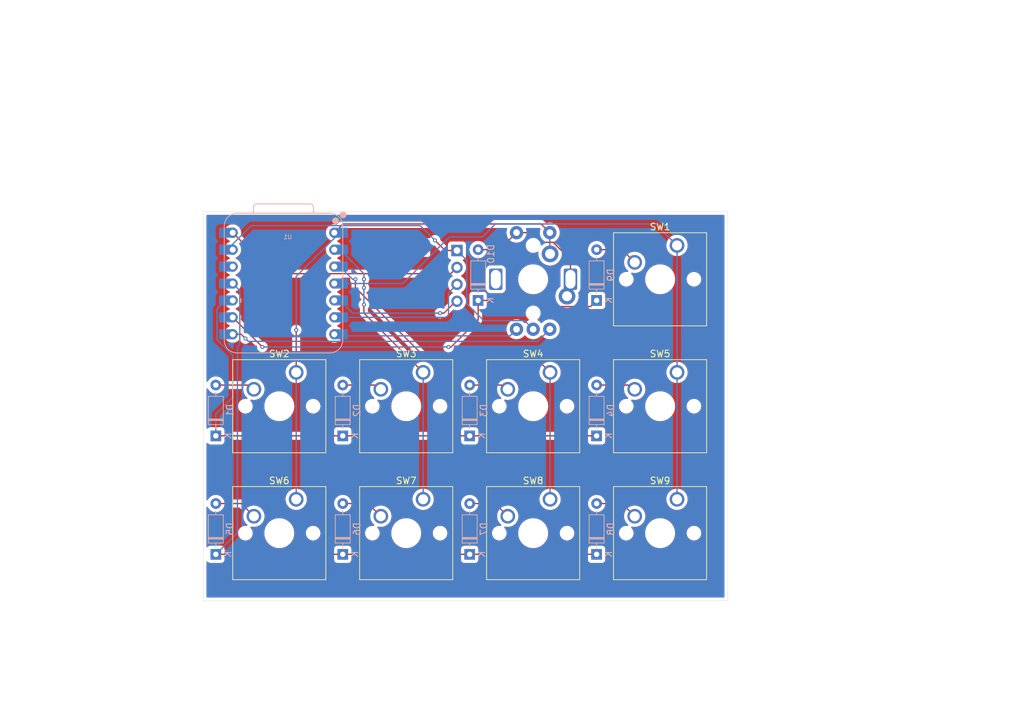
<source format=kicad_pcb>
(kicad_pcb (version 20240108) (generator "pcbnew") (generator_version "8.0")
  (layers (0 "F.Cu" signal) (31 "B.Cu" signal) (34 "B.Paste" user) (35 "F.Paste" user) (36 "B.SilkS" user "B.Silkscreen") (37 "F.SilkS" user "F.Silkscreen") (38 "B.Mask" user) (39 "F.Mask" user) (44 "Edge.Cuts" user))
  (net 0 "")
  (net 1 "Net-(D1-A)")
  (net 2 "Row 1")
  (net 3 "Net-(D2-A)")
  (net 4 "Net-(D3-A)")
  (net 5 "Net-(D4-A)")
  (net 6 "Net-(D5-A)")
  (net 7 "Row 2")
  (net 8 "Net-(D6-A)")
  (net 9 "Net-(D7-A)")
  (net 10 "Net-(D8-A)")
  (net 11 "Row 0")
  (net 12 "Net-(D9-A)")
  (net 13 "E1 Row")
  (net 14 "Disp SDA")
  (net 15 "Disp SCL")
  (net 16 "GND")
  (net 17 "+5V")
  (net 18 "Column 1")
  (net 19 "Column 0")
  (net 20 "Column 2")
  (net 21 "Column 3")
  (net 22 "RE B")
  (net 23 "RE A")
  (footprint "Button_Switch_Keyboard:SW_Cherry_MX_1.00u_PCB" (layer "F.Cu") (at 133.35 86.36)
    (property "Reference" "SW3" (at -2.54 -2.794 0) (layer "F.SilkS"))
    (property "Value" "SW_Push_45deg")
    (fp_line (start -9.525 -1.905) (end 4.445 -1.905) (stroke (width 0.12)) (layer "F.SilkS"))
    (fp_line (start -9.525 12.065) (end -9.525 -1.905) (stroke (width 0.12)) (layer "F.SilkS"))
    (fp_line (start 4.445 -1.905) (end 4.445 12.065) (stroke (width 0.12)) (layer "F.SilkS"))
    (fp_line (start 4.445 12.065) (end -9.525 12.065) (stroke (width 0.12)) (layer "F.SilkS"))
    (pad "" np_thru_hole circle (at -7.62 5.08) (size 1.7 1.7) (drill 1.7) (layers "*.Cu" "*.Mask"))
    (pad "" np_thru_hole circle (at -2.54 5.08) (size 4 4) (drill 4) (layers "*.Cu" "*.Mask"))
    (pad "" np_thru_hole circle (at 2.54 5.08) (size 1.7 1.7) (drill 1.7) (layers "*.Cu" "*.Mask"))
    (pad "1" thru_hole circle (at 0 0) (size 2.2 2.2) (drill 1.5) (layers "*.Cu" "*.Mask") (net 18 "Column 1"))
    (pad "2" thru_hole circle (at -6.35 2.54) (size 2.2 2.2) (drill 1.5) (layers "*.Cu" "*.Mask") (net 3 "Net-(D2-A)"))
  )
  (footprint "ScottoKeebs_Scotto:Encoder_EC11_MX_Combo" (layer "F.Cu") (at 149.86 72.39 90)
    (property "Reference" "SW12" (hide yes))
    (property "Value" "RotaryEncoder_Switch" (hide yes))
    (pad "" np_thru_hole circle (at -5.08 0 270) (size 1.75 1.75) (drill 1.75) (layers "*.Cu" "*.Mask"))
    (pad "" np_thru_hole circle (at 0 0 270) (size 4 4) (drill 4) (layers "*.Cu" "*.Mask"))
    (pad "" np_thru_hole circle (at 5.08 0 270) (size 1.75 1.75) (drill 1.75) (layers "*.Cu" "*.Mask"))
    (pad "A" thru_hole circle (at -7.5 -2.5 90) (size 2 2) (drill 1) (layers "*.Cu" "*.Mask") (net 23 "RE A"))
    (pad "B" thru_hole circle (at -7.5 2.5 90) (size 2 2) (drill 1) (layers "*.Cu" "*.Mask") (net 22 "RE B"))
    (pad "C" thru_hole circle (at -7.5 0 90) (size 2 2) (drill 1) (layers "*.Cu" "*.Mask") (net 16 "GND"))
    (pad "MP" thru_hole roundrect (at 0 -5.6 90) (size 3.2 2) (drill oval 2.8 1.5) (layers "*.Cu" "*.Mask") (roundrect_rratio 0.125))
    (pad "S1" thru_hole circle (at 3.81 2.54 270) (size 2.5 2.5) (drill 1.5) (layers "*.Cu" "*.Mask") (net 19 "Column 0"))
    (pad "S1" thru_hole circle (at 7 2.5 90) (size 2 2) (drill 1) (layers "*.Cu" "*.Mask") (net 19 "Column 0"))
    (pad "S2" thru_hole circle (at -2.54 5.08 270) (size 2.5 2.5) (drill 1.5) (layers "*.Cu" "*.Mask") (net 13 "E1 Row"))
    (pad "S2" thru_hole roundrect (at 0 5.6 90) (size 3.2 2) (drill oval 2.8 1.5) (layers "*.Cu" "*.Mask") (roundrect_rratio 0.125) (net 13 "E1 Row"))
    (pad "S2" thru_hole circle (at 7 -2.5 90) (size 2 2) (drill 1) (layers "*.Cu" "*.Mask") (net 13 "E1 Row"))
  )
  (footprint "Button_Switch_Keyboard:SW_Cherry_MX_1.00u_PCB" (layer "F.Cu") (at 152.4 86.36)
    (property "Reference" "SW4" (at -2.54 -2.794 0) (layer "F.SilkS"))
    (property "Value" "SW_Push_45deg")
    (fp_line (start -9.525 -1.905) (end 4.445 -1.905) (stroke (width 0.12)) (layer "F.SilkS"))
    (fp_line (start -9.525 12.065) (end -9.525 -1.905) (stroke (width 0.12)) (layer "F.SilkS"))
    (fp_line (start 4.445 -1.905) (end 4.445 12.065) (stroke (width 0.12)) (layer "F.SilkS"))
    (fp_line (start 4.445 12.065) (end -9.525 12.065) (stroke (width 0.12)) (layer "F.SilkS"))
    (pad "" np_thru_hole circle (at -7.62 5.08) (size 1.7 1.7) (drill 1.7) (layers "*.Cu" "*.Mask"))
    (pad "" np_thru_hole circle (at -2.54 5.08) (size 4 4) (drill 4) (layers "*.Cu" "*.Mask"))
    (pad "" np_thru_hole circle (at 2.54 5.08) (size 1.7 1.7) (drill 1.7) (layers "*.Cu" "*.Mask"))
    (pad "1" thru_hole circle (at 0 0) (size 2.2 2.2) (drill 1.5) (layers "*.Cu" "*.Mask") (net 20 "Column 2"))
    (pad "2" thru_hole circle (at -6.35 2.54) (size 2.2 2.2) (drill 1.5) (layers "*.Cu" "*.Mask") (net 4 "Net-(D3-A)"))
  )
  (footprint "Button_Switch_Keyboard:SW_Cherry_MX_1.00u_PCB" (layer "F.Cu") (at 152.4 105.41)
    (property "Reference" "SW8" (at -2.54 -2.794 0) (layer "F.SilkS"))
    (property "Value" "SW_Push_45deg")
    (fp_line (start -9.525 -1.905) (end 4.445 -1.905) (stroke (width 0.12)) (layer "F.SilkS"))
    (fp_line (start -9.525 12.065) (end -9.525 -1.905) (stroke (width 0.12)) (layer "F.SilkS"))
    (fp_line (start 4.445 -1.905) (end 4.445 12.065) (stroke (width 0.12)) (layer "F.SilkS"))
    (fp_line (start 4.445 12.065) (end -9.525 12.065) (stroke (width 0.12)) (layer "F.SilkS"))
    (pad "" np_thru_hole circle (at -7.62 5.08) (size 1.7 1.7) (drill 1.7) (layers "*.Cu" "*.Mask"))
    (pad "" np_thru_hole circle (at -2.54 5.08) (size 4 4) (drill 4) (layers "*.Cu" "*.Mask"))
    (pad "" np_thru_hole circle (at 2.54 5.08) (size 1.7 1.7) (drill 1.7) (layers "*.Cu" "*.Mask"))
    (pad "1" thru_hole circle (at 0 0) (size 2.2 2.2) (drill 1.5) (layers "*.Cu" "*.Mask") (net 20 "Column 2"))
    (pad "2" thru_hole circle (at -6.35 2.54) (size 2.2 2.2) (drill 1.5) (layers "*.Cu" "*.Mask") (net 9 "Net-(D7-A)"))
  )
  (footprint "Button_Switch_Keyboard:SW_Cherry_MX_1.00u_PCB" (layer "F.Cu") (at 171.45 67.31)
    (property "Reference" "SW1" (at -2.54 -2.794 0) (layer "F.SilkS"))
    (property "Value" "SW_Push_45deg")
    (fp_line (start -9.525 -1.905) (end 4.445 -1.905) (stroke (width 0.12)) (layer "F.SilkS"))
    (fp_line (start -9.525 12.065) (end -9.525 -1.905) (stroke (width 0.12)) (layer "F.SilkS"))
    (fp_line (start 4.445 -1.905) (end 4.445 12.065) (stroke (width 0.12)) (layer "F.SilkS"))
    (fp_line (start 4.445 12.065) (end -9.525 12.065) (stroke (width 0.12)) (layer "F.SilkS"))
    (pad "" np_thru_hole circle (at -7.62 5.08) (size 1.7 1.7) (drill 1.7) (layers "*.Cu" "*.Mask"))
    (pad "" np_thru_hole circle (at -2.54 5.08) (size 4 4) (drill 4) (layers "*.Cu" "*.Mask"))
    (pad "" np_thru_hole circle (at 2.54 5.08) (size 1.7 1.7) (drill 1.7) (layers "*.Cu" "*.Mask"))
    (pad "1" thru_hole circle (at 0 0) (size 2.2 2.2) (drill 1.5) (layers "*.Cu" "*.Mask") (net 21 "Column 3"))
    (pad "2" thru_hole circle (at -6.35 2.54) (size 2.2 2.2) (drill 1.5) (layers "*.Cu" "*.Mask") (net 12 "Net-(D9-A)"))
  )
  (footprint "Button_Switch_Keyboard:SW_Cherry_MX_1.00u_PCB" (layer "F.Cu") (at 171.45 86.36)
    (property "Reference" "SW5" (at -2.54 -2.794 0) (layer "F.SilkS"))
    (property "Value" "SW_Push_45deg")
    (fp_line (start -9.525 -1.905) (end 4.445 -1.905) (stroke (width 0.12)) (layer "F.SilkS"))
    (fp_line (start -9.525 12.065) (end -9.525 -1.905) (stroke (width 0.12)) (layer "F.SilkS"))
    (fp_line (start 4.445 -1.905) (end 4.445 12.065) (stroke (width 0.12)) (layer "F.SilkS"))
    (fp_line (start 4.445 12.065) (end -9.525 12.065) (stroke (width 0.12)) (layer "F.SilkS"))
    (pad "" np_thru_hole circle (at -7.62 5.08) (size 1.7 1.7) (drill 1.7) (layers "*.Cu" "*.Mask"))
    (pad "" np_thru_hole circle (at -2.54 5.08) (size 4 4) (drill 4) (layers "*.Cu" "*.Mask"))
    (pad "" np_thru_hole circle (at 2.54 5.08) (size 1.7 1.7) (drill 1.7) (layers "*.Cu" "*.Mask"))
    (pad "1" thru_hole circle (at 0 0) (size 2.2 2.2) (drill 1.5) (layers "*.Cu" "*.Mask") (net 21 "Column 3"))
    (pad "2" thru_hole circle (at -6.35 2.54) (size 2.2 2.2) (drill 1.5) (layers "*.Cu" "*.Mask") (net 5 "Net-(D4-A)"))
  )
  (footprint "ScottoKeebs_Components:OLED_128x32" (layer "F.Cu") (at 140.03 77.872 180)
    (property "Reference" "J1" (hide yes))
    (property "Value" "OLED_128x32")
    (pad "1" thru_hole rect (at 1.6 9.8) (size 1.7 1.7) (drill 1) (layers "*.Cu" "*.Mask") (net 16 "GND"))
    (pad "2" thru_hole oval (at 1.6 7.26) (size 1.7 1.7) (drill 1) (layers "*.Cu" "*.Mask") (net 17 "+5V"))
    (pad "3" thru_hole oval (at 1.6 4.72) (size 1.7 1.7) (drill 1) (layers "*.Cu" "*.Mask") (net 15 "Disp SCL"))
    (pad "4" thru_hole oval (at 1.6 2.18) (size 1.7 1.7) (drill 1) (layers "*.Cu" "*.Mask") (net 14 "Disp SDA"))
  )
  (footprint "Button_Switch_Keyboard:SW_Cherry_MX_1.00u_PCB" (layer "F.Cu") (at 114.3 86.36)
    (property "Reference" "SW2" (at -2.54 -2.794 0) (layer "F.SilkS"))
    (property "Value" "SW_Push_45deg")
    (fp_line (start -9.525 -1.905) (end 4.445 -1.905) (stroke (width 0.12)) (layer "F.SilkS"))
    (fp_line (start -9.525 12.065) (end -9.525 -1.905) (stroke (width 0.12)) (layer "F.SilkS"))
    (fp_line (start 4.445 -1.905) (end 4.445 12.065) (stroke (width 0.12)) (layer "F.SilkS"))
    (fp_line (start 4.445 12.065) (end -9.525 12.065) (stroke (width 0.12)) (layer "F.SilkS"))
    (pad "" np_thru_hole circle (at -7.62 5.08) (size 1.7 1.7) (drill 1.7) (layers "*.Cu" "*.Mask"))
    (pad "" np_thru_hole circle (at -2.54 5.08) (size 4 4) (drill 4) (layers "*.Cu" "*.Mask"))
    (pad "" np_thru_hole circle (at 2.54 5.08) (size 1.7 1.7) (drill 1.7) (layers "*.Cu" "*.Mask"))
    (pad "1" thru_hole circle (at 0 0) (size 2.2 2.2) (drill 1.5) (layers "*.Cu" "*.Mask") (net 19 "Column 0"))
    (pad "2" thru_hole circle (at -6.35 2.54) (size 2.2 2.2) (drill 1.5) (layers "*.Cu" "*.Mask") (net 1 "Net-(D1-A)"))
  )
  (footprint "Button_Switch_Keyboard:SW_Cherry_MX_1.00u_PCB" (layer "F.Cu") (at 133.35 105.41)
    (property "Reference" "SW7" (at -2.54 -2.794 0) (layer "F.SilkS"))
    (property "Value" "SW_Push_45deg")
    (fp_line (start -9.525 -1.905) (end 4.445 -1.905) (stroke (width 0.12)) (layer "F.SilkS"))
    (fp_line (start -9.525 12.065) (end -9.525 -1.905) (stroke (width 0.12)) (layer "F.SilkS"))
    (fp_line (start 4.445 -1.905) (end 4.445 12.065) (stroke (width 0.12)) (layer "F.SilkS"))
    (fp_line (start 4.445 12.065) (end -9.525 12.065) (stroke (width 0.12)) (layer "F.SilkS"))
    (pad "" np_thru_hole circle (at -7.62 5.08) (size 1.7 1.7) (drill 1.7) (layers "*.Cu" "*.Mask"))
    (pad "" np_thru_hole circle (at -2.54 5.08) (size 4 4) (drill 4) (layers "*.Cu" "*.Mask"))
    (pad "" np_thru_hole circle (at 2.54 5.08) (size 1.7 1.7) (drill 1.7) (layers "*.Cu" "*.Mask"))
    (pad "1" thru_hole circle (at 0 0) (size 2.2 2.2) (drill 1.5) (layers "*.Cu" "*.Mask") (net 18 "Column 1"))
    (pad "2" thru_hole circle (at -6.35 2.54) (size 2.2 2.2) (drill 1.5) (layers "*.Cu" "*.Mask") (net 8 "Net-(D6-A)"))
  )
  (footprint "Button_Switch_Keyboard:SW_Cherry_MX_1.00u_PCB" (layer "F.Cu") (at 171.45 105.41)
    (property "Reference" "SW9" (at -2.54 -2.794 0) (layer "F.SilkS"))
    (property "Value" "SW_Push_45deg")
    (fp_line (start -9.525 -1.905) (end 4.445 -1.905) (stroke (width 0.12)) (layer "F.SilkS"))
    (fp_line (start -9.525 12.065) (end -9.525 -1.905) (stroke (width 0.12)) (layer "F.SilkS"))
    (fp_line (start 4.445 -1.905) (end 4.445 12.065) (stroke (width 0.12)) (layer "F.SilkS"))
    (fp_line (start 4.445 12.065) (end -9.525 12.065) (stroke (width 0.12)) (layer "F.SilkS"))
    (pad "" np_thru_hole circle (at -7.62 5.08) (size 1.7 1.7) (drill 1.7) (layers "*.Cu" "*.Mask"))
    (pad "" np_thru_hole circle (at -2.54 5.08) (size 4 4) (drill 4) (layers "*.Cu" "*.Mask"))
    (pad "" np_thru_hole circle (at 2.54 5.08) (size 1.7 1.7) (drill 1.7) (layers "*.Cu" "*.Mask"))
    (pad "1" thru_hole circle (at 0 0) (size 2.2 2.2) (drill 1.5) (layers "*.Cu" "*.Mask") (net 21 "Column 3"))
    (pad "2" thru_hole circle (at -6.35 2.54) (size 2.2 2.2) (drill 1.5) (layers "*.Cu" "*.Mask") (net 10 "Net-(D8-A)"))
  )
  (footprint "Button_Switch_Keyboard:SW_Cherry_MX_1.00u_PCB" (layer "F.Cu") (at 114.3 105.41)
    (property "Reference" "SW6" (at -2.54 -2.794 0) (layer "F.SilkS"))
    (property "Value" "SW_Push_45deg")
    (fp_line (start -9.525 -1.905) (end 4.445 -1.905) (stroke (width 0.12)) (layer "F.SilkS"))
    (fp_line (start -9.525 12.065) (end -9.525 -1.905) (stroke (width 0.12)) (layer "F.SilkS"))
    (fp_line (start 4.445 -1.905) (end 4.445 12.065) (stroke (width 0.12)) (layer "F.SilkS"))
    (fp_line (start 4.445 12.065) (end -9.525 12.065) (stroke (width 0.12)) (layer "F.SilkS"))
    (pad "" np_thru_hole circle (at -7.62 5.08) (size 1.7 1.7) (drill 1.7) (layers "*.Cu" "*.Mask"))
    (pad "" np_thru_hole circle (at -2.54 5.08) (size 4 4) (drill 4) (layers "*.Cu" "*.Mask"))
    (pad "" np_thru_hole circle (at 2.54 5.08) (size 1.7 1.7) (drill 1.7) (layers "*.Cu" "*.Mask"))
    (pad "1" thru_hole circle (at 0 0) (size 2.2 2.2) (drill 1.5) (layers "*.Cu" "*.Mask") (net 19 "Column 0"))
    (pad "2" thru_hole circle (at -6.35 2.54) (size 2.2 2.2) (drill 1.5) (layers "*.Cu" "*.Mask") (net 6 "Net-(D5-A)"))
  )
  (footprint "Diode_THT:D_DO-35_SOD27_P7.62mm_Horizontal" (layer "B.Cu") (at 159.385 113.665 90)
    (property "Reference" "D8" (at 3.81 2.12 90) (layer "B.SilkS") (effects (justify mirror)))
    (property "Value" "1N4148")
    (fp_line (start 5.93 -1.12) (end 1.69 -1.12) (stroke (width 0.12)) (layer "B.SilkS"))
    (fp_line (start 2.53 -1.12) (end 2.53 1.12) (stroke (width 0.12)) (layer "B.SilkS"))
    (fp_line (start 2.41 -1.12) (end 2.41 1.12) (stroke (width 0.12)) (layer "B.SilkS"))
    (fp_line (start 2.29 -1.12) (end 2.29 1.12) (stroke (width 0.12)) (layer "B.SilkS"))
    (fp_line (start 1.69 -1.12) (end 1.69 1.12) (stroke (width 0.12)) (layer "B.SilkS"))
    (fp_line (start 5.93 0) (end 6.58 0) (stroke (width 0.12)) (layer "B.SilkS"))
    (fp_line (start 1.69 0) (end 1.04 0) (stroke (width 0.12)) (layer "B.SilkS"))
    (fp_line (start 5.93 1.12) (end 5.93 -1.12) (stroke (width 0.12)) (layer "B.SilkS"))
    (fp_line (start 1.69 1.12) (end 5.93 1.12) (stroke (width 0.12)) (layer "B.SilkS"))
    (fp_text user "K" (at 0 1.8 90) (layer "B.SilkS") (effects (justify mirror)))
    (pad "1" thru_hole rect (at 0 0 90) (size 1.6 1.6) (drill 0.8) (layers "*.Cu" "*.Mask") (net 7 "Row 2"))
    (pad "2" thru_hole oval (at 7.62 0 90) (size 1.6 1.6) (drill 0.8) (layers "*.Cu" "*.Mask") (net 10 "Net-(D8-A)"))
  )
  (footprint "Diode_THT:D_DO-35_SOD27_P7.62mm_Horizontal" (layer "B.Cu") (at 140.335 113.665 90)
    (property "Reference" "D7" (at 3.81 2.12 90) (layer "B.SilkS") (effects (justify mirror)))
    (property "Value" "1N4148")
    (fp_line (start 5.93 -1.12) (end 1.69 -1.12) (stroke (width 0.12)) (layer "B.SilkS"))
    (fp_line (start 2.53 -1.12) (end 2.53 1.12) (stroke (width 0.12)) (layer "B.SilkS"))
    (fp_line (start 2.41 -1.12) (end 2.41 1.12) (stroke (width 0.12)) (layer "B.SilkS"))
    (fp_line (start 2.29 -1.12) (end 2.29 1.12) (stroke (width 0.12)) (layer "B.SilkS"))
    (fp_line (start 1.69 -1.12) (end 1.69 1.12) (stroke (width 0.12)) (layer "B.SilkS"))
    (fp_line (start 5.93 0) (end 6.58 0) (stroke (width 0.12)) (layer "B.SilkS"))
    (fp_line (start 1.69 0) (end 1.04 0) (stroke (width 0.12)) (layer "B.SilkS"))
    (fp_line (start 5.93 1.12) (end 5.93 -1.12) (stroke (width 0.12)) (layer "B.SilkS"))
    (fp_line (start 1.69 1.12) (end 5.93 1.12) (stroke (width 0.12)) (layer "B.SilkS"))
    (fp_text user "K" (at 0 1.8 90) (layer "B.SilkS") (effects (justify mirror)))
    (pad "1" thru_hole rect (at 0 0 90) (size 1.6 1.6) (drill 0.8) (layers "*.Cu" "*.Mask") (net 7 "Row 2"))
    (pad "2" thru_hole oval (at 7.62 0 90) (size 1.6 1.6) (drill 0.8) (layers "*.Cu" "*.Mask") (net 9 "Net-(D7-A)"))
  )
  (footprint "Seeed Studio XIAO Series Library:XIAO-RP2040-DIP" (layer "B.Cu") (at 112.395 73.025 180)
    (property "Reference" "U1" (at -0.635 6.985 0) (layer "B.SilkS") (effects (font (size 0.635 0.635) (thickness 0.1016)) (justify mirror)))
    (property "Value" "XIAO-RP2040-DIP")
    (fp_line (start 8.89 8.636) (end 8.89 -8.509) (stroke (width 0.127)) (layer "B.SilkS"))
    (fp_line (start 6.985 -10.414) (end -6.985 -10.414) (stroke (width 0.127)) (layer "B.SilkS"))
    (fp_line (start 4.504 10.541) (end 4.504 11.451) (stroke (width 0.127)) (layer "B.SilkS"))
    (fp_line (start 4.004 11.951) (end -3.991272 11.951) (stroke (width 0.127)) (layer "B.SilkS"))
    (fp_line (start -4.491272 11.451272) (end -4.495 10.541) (stroke (width 0.127)) (layer "B.SilkS"))
    (fp_line (start -6.985 10.541) (end 6.985 10.541) (stroke (width 0.1)) (layer "B.SilkS"))
    (fp_line (start -6.985 10.541) (end 6.985 10.541) (stroke (width 0.127)) (layer "B.SilkS"))
    (fp_line (start -8.89 8.636) (end -8.89 -8.509) (stroke (width 0.127)) (layer "B.SilkS"))
    (fp_arc (start 8.89 8.636) (mid 8.332038 9.983038) (end 6.985 10.541) (stroke (width 0.127)) (layer "B.SilkS"))
    (fp_arc (start 6.985 -10.414) (mid 8.332038 -9.856038) (end 8.89 -8.509) (stroke (width 0.127)) (layer "B.SilkS"))
    (fp_arc (start 4.504 11.451) (mid 4.357553 11.804553) (end 4.004 11.951) (stroke (width 0.127)) (layer "B.SilkS"))
    (fp_arc (start -3.991272 11.951) (mid -4.344724 11.804644) (end -4.491272 11.451272) (stroke (width 0.127)) (layer "B.SilkS"))
    (fp_arc (start -6.985 10.541) (mid -8.332038 9.983038) (end -8.89 8.636) (stroke (width 0.127)) (layer "B.SilkS"))
    (fp_arc (start -8.89 -8.509) (mid -8.332038 -9.856038) (end -6.985 -10.414) (stroke (width 0.127)) (layer "B.SilkS"))
    (fp_circle (center -7.807 9.42) (end -7.807 9.674) (stroke (width 0.5)) (fill solid) (layer "B.SilkS"))
    (fp_circle (center -8.95 10.3) (end -8.95 10.554) (stroke (width 0.5)) (fill solid) (layer "B.SilkS"))
    (pad "1" smd roundrect (at -8.455 7.62) (size 2.432 1.524) (layers "B.Cu" "B.Mask") (roundrect_rratio 0.1) (net 19 "Column 0"))
    (pad "1" thru_hole circle (at -7.62 7.62) (size 1.524 1.524) (drill 0.889) (layers "*.Cu" "*.Mask") (net 19 "Column 0"))
    (pad "2" smd roundrect (at -8.455 5.08) (size 2.432 1.524) (layers "B.Cu" "B.Mask") (roundrect_rratio 0.1) (net 18 "Column 1"))
    (pad "2" thru_hole circle (at -7.62 5.08) (size 1.524 1.524) (drill 0.889) (layers "*.Cu" "*.Mask") (net 18 "Column 1"))
    (pad "3" smd roundrect (at -8.455 2.54) (size 2.432 1.524) (layers "B.Cu" "B.Mask") (roundrect_rratio 0.1) (net 20 "Column 2"))
    (pad "3" thru_hole circle (at -7.62 2.54) (size 1.524 1.524) (drill 0.889) (layers "*.Cu" "*.Mask") (net 20 "Column 2"))
    (pad "4" smd roundrect (at -8.455 0) (size 2.432 1.524) (layers "B.Cu" "B.Mask") (roundrect_rratio 0.1) (net 21 "Column 3"))
    (pad "4" thru_hole circle (at -7.62 0) (size 1.524 1.524) (drill 0.889) (layers "*.Cu" "*.Mask") (net 21 "Column 3"))
    (pad "5" smd roundrect (at -8.455 -2.54) (size 2.432 1.524) (layers "B.Cu" "B.Mask") (roundrect_rratio 0.1) (net 14 "Disp SDA"))
    (pad "5" thru_hole circle (at -7.62 -2.54) (size 1.524 1.524) (drill 0.889) (layers "*.Cu" "*.Mask") (net 14 "Disp SDA"))
    (pad "6" smd roundrect (at -8.455 -5.08) (size 2.432 1.524) (layers "B.Cu" "B.Mask") (roundrect_rratio 0.1) (net 15 "Disp SCL"))
    (pad "6" thru_hole circle (at -7.62 -5.08) (size 1.524 1.524) (drill 0.889) (layers "*.Cu" "*.Mask") (net 15 "Disp SCL"))
    (pad "7" smd roundrect (at -8.455 -7.62) (size 2.432 1.524) (layers "B.Cu" "B.Mask") (roundrect_rratio 0.1) (net 23 "RE A"))
    (pad "7" thru_hole circle (at -7.62 -7.62) (size 1.524 1.524) (drill 0.889) (layers "*.Cu" "*.Mask") (net 23 "RE A"))
    (pad "8" thru_hole circle (at 7.62 -7.62 180) (size 1.524 1.524) (drill 0.889) (layers "*.Cu" "*.Mask") (net 22 "RE B"))
    (pad "8" smd roundrect (at 8.455 -7.62 180) (size 2.432 1.524) (layers "B.Cu" "B.Mask") (roundrect_rratio 0.1) (net 22 "RE B"))
    (pad "9" thru_hole circle (at 7.62 -5.08 180) (size 1.524 1.524) (drill 0.889) (layers "*.Cu" "*.Mask") (net 11 "Row 0"))
    (pad "9" smd roundrect (at 8.455 -5.08 180) (size 2.432 1.524) (layers "B.Cu" "B.Mask") (roundrect_rratio 0.1) (net 11 "Row 0"))
    (pad "10" thru_hole circle (at 7.62 -2.54 180) (size 1.524 1.524) (drill 0.889) (layers "*.Cu" "*.Mask") (net 2 "Row 1"))
    (pad "10" smd roundrect (at 8.455 -2.54 180) (size 2.432 1.524) (layers "B.Cu" "B.Mask") (roundrect_rratio 0.1) (net 2 "Row 1"))
    (pad "11" thru_hole circle (at 7.62 0 180) (size 1.524 1.524) (drill 0.889) (layers "*.Cu" "*.Mask") (net 7 "Row 2"))
    (pad "11" smd roundrect (at 8.455 0 180) (size 2.432 1.524) (layers "B.Cu" "B.Mask") (roundrect_rratio 0.1) (net 7 "Row 2"))
    (pad "12" thru_hole circle (at 7.62 2.54 180) (size 1.524 1.524) (drill 0.889) (layers "*.Cu" "*.Mask"))
    (pad "12" smd roundrect (at 8.455 2.54 180) (size 2.432 1.524) (layers "B.Cu" "B.Mask") (roundrect_rratio 0.1))
    (pad "13" thru_hole circle (at 7.62 5.08 180) (size 1.524 1.524) (drill 0.889) (layers "*.Cu" "*.Mask") (net 16 "GND"))
    (pad "13" smd roundrect (at 8.455 5.08 180) (size 2.432 1.524) (layers "B.Cu" "B.Mask") (roundrect_rratio 0.1) (net 16 "GND"))
    (pad "14" thru_hole circle (at 7.62 7.62 180) (size 1.524 1.524) (drill 0.889) (layers "*.Cu" "*.Mask") (net 17 "+5V"))
    (pad "14" smd roundrect (at 8.455 7.62 180) (size 2.432 1.524) (layers "B.Cu" "B.Mask") (roundrect_rratio 0.1) (net 17 "+5V"))
  )
  (footprint "Diode_THT:D_DO-35_SOD27_P7.62mm_Horizontal" (layer "B.Cu") (at 102.235 113.665 90)
    (property "Reference" "D5" (at 3.81 2.12 90) (layer "B.SilkS") (effects (justify mirror)))
    (property "Value" "1N4148")
    (fp_line (start 5.93 -1.12) (end 1.69 -1.12) (stroke (width 0.12)) (layer "B.SilkS"))
    (fp_line (start 2.53 -1.12) (end 2.53 1.12) (stroke (width 0.12)) (layer "B.SilkS"))
    (fp_line (start 2.41 -1.12) (end 2.41 1.12) (stroke (width 0.12)) (layer "B.SilkS"))
    (fp_line (start 2.29 -1.12) (end 2.29 1.12) (stroke (width 0.12)) (layer "B.SilkS"))
    (fp_line (start 1.69 -1.12) (end 1.69 1.12) (stroke (width 0.12)) (layer "B.SilkS"))
    (fp_line (start 5.93 0) (end 6.58 0) (stroke (width 0.12)) (layer "B.SilkS"))
    (fp_line (start 1.69 0) (end 1.04 0) (stroke (width 0.12)) (layer "B.SilkS"))
    (fp_line (start 5.93 1.12) (end 5.93 -1.12) (stroke (width 0.12)) (layer "B.SilkS"))
    (fp_line (start 1.69 1.12) (end 5.93 1.12) (stroke (width 0.12)) (layer "B.SilkS"))
    (fp_text user "K" (at 0 1.8 90) (layer "B.SilkS") (effects (justify mirror)))
    (pad "1" thru_hole rect (at 0 0 90) (size 1.6 1.6) (drill 0.8) (layers "*.Cu" "*.Mask") (net 7 "Row 2"))
    (pad "2" thru_hole oval (at 7.62 0 90) (size 1.6 1.6) (drill 0.8) (layers "*.Cu" "*.Mask") (net 6 "Net-(D5-A)"))
  )
  (footprint "Diode_THT:D_DO-35_SOD27_P7.62mm_Horizontal" (layer "B.Cu") (at 121.285 113.665 90)
    (property "Reference" "D6" (at 3.81 2.12 90) (layer "B.SilkS") (effects (justify mirror)))
    (property "Value" "1N4148")
    (fp_line (start 5.93 -1.12) (end 1.69 -1.12) (stroke (width 0.12)) (layer "B.SilkS"))
    (fp_line (start 2.53 -1.12) (end 2.53 1.12) (stroke (width 0.12)) (layer "B.SilkS"))
    (fp_line (start 2.41 -1.12) (end 2.41 1.12) (stroke (width 0.12)) (layer "B.SilkS"))
    (fp_line (start 2.29 -1.12) (end 2.29 1.12) (stroke (width 0.12)) (layer "B.SilkS"))
    (fp_line (start 1.69 -1.12) (end 1.69 1.12) (stroke (width 0.12)) (layer "B.SilkS"))
    (fp_line (start 5.93 0) (end 6.58 0) (stroke (width 0.12)) (layer "B.SilkS"))
    (fp_line (start 1.69 0) (end 1.04 0) (stroke (width 0.12)) (layer "B.SilkS"))
    (fp_line (start 5.93 1.12) (end 5.93 -1.12) (stroke (width 0.12)) (layer "B.SilkS"))
    (fp_line (start 1.69 1.12) (end 5.93 1.12) (stroke (width 0.12)) (layer "B.SilkS"))
    (fp_text user "K" (at 0 1.8 90) (layer "B.SilkS") (effects (justify mirror)))
    (pad "1" thru_hole rect (at 0 0 90) (size 1.6 1.6) (drill 0.8) (layers "*.Cu" "*.Mask") (net 7 "Row 2"))
    (pad "2" thru_hole oval (at 7.62 0 90) (size 1.6 1.6) (drill 0.8) (layers "*.Cu" "*.Mask") (net 8 "Net-(D6-A)"))
  )
  (footprint "Diode_THT:D_DO-35_SOD27_P7.62mm_Horizontal" (layer "B.Cu") (at 102.235 95.885 90)
    (property "Reference" "D1" (at 3.81 2.12 90) (layer "B.SilkS") (effects (justify mirror)))
    (property "Value" "1N4148")
    (fp_line (start 5.93 -1.12) (end 1.69 -1.12) (stroke (width 0.12)) (layer "B.SilkS"))
    (fp_line (start 2.53 -1.12) (end 2.53 1.12) (stroke (width 0.12)) (layer "B.SilkS"))
    (fp_line (start 2.41 -1.12) (end 2.41 1.12) (stroke (width 0.12)) (layer "B.SilkS"))
    (fp_line (start 2.29 -1.12) (end 2.29 1.12) (stroke (width 0.12)) (layer "B.SilkS"))
    (fp_line (start 1.69 -1.12) (end 1.69 1.12) (stroke (width 0.12)) (layer "B.SilkS"))
    (fp_line (start 5.93 0) (end 6.58 0) (stroke (width 0.12)) (layer "B.SilkS"))
    (fp_line (start 1.69 0) (end 1.04 0) (stroke (width 0.12)) (layer "B.SilkS"))
    (fp_line (start 5.93 1.12) (end 5.93 -1.12) (stroke (width 0.12)) (layer "B.SilkS"))
    (fp_line (start 1.69 1.12) (end 5.93 1.12) (stroke (width 0.12)) (layer "B.SilkS"))
    (fp_text user "K" (at 0 1.8 90) (layer "B.SilkS") (effects (justify mirror)))
    (pad "1" thru_hole rect (at 0 0 90) (size 1.6 1.6) (drill 0.8) (layers "*.Cu" "*.Mask") (net 2 "Row 1"))
    (pad "2" thru_hole oval (at 7.62 0 90) (size 1.6 1.6) (drill 0.8) (layers "*.Cu" "*.Mask") (net 1 "Net-(D1-A)"))
  )
  (footprint "Diode_THT:D_DO-35_SOD27_P7.62mm_Horizontal" (layer "B.Cu") (at 159.385 75.565 90)
    (property "Reference" "D9" (at 3.81 2.12 90) (layer "B.SilkS") (effects (justify mirror)))
    (property "Value" "1N4148")
    (fp_line (start 5.93 -1.12) (end 1.69 -1.12) (stroke (width 0.12)) (layer "B.SilkS"))
    (fp_line (start 2.53 -1.12) (end 2.53 1.12) (stroke (width 0.12)) (layer "B.SilkS"))
    (fp_line (start 2.41 -1.12) (end 2.41 1.12) (stroke (width 0.12)) (layer "B.SilkS"))
    (fp_line (start 2.29 -1.12) (end 2.29 1.12) (stroke (width 0.12)) (layer "B.SilkS"))
    (fp_line (start 1.69 -1.12) (end 1.69 1.12) (stroke (width 0.12)) (layer "B.SilkS"))
    (fp_line (start 5.93 0) (end 6.58 0) (stroke (width 0.12)) (layer "B.SilkS"))
    (fp_line (start 1.69 0) (end 1.04 0) (stroke (width 0.12)) (layer "B.SilkS"))
    (fp_line (start 5.93 1.12) (end 5.93 -1.12) (stroke (width 0.12)) (layer "B.SilkS"))
    (fp_line (start 1.69 1.12) (end 5.93 1.12) (stroke (width 0.12)) (layer "B.SilkS"))
    (fp_text user "K" (at 0 1.8 90) (layer "B.SilkS") (effects (justify mirror)))
    (pad "1" thru_hole rect (at 0 0 90) (size 1.6 1.6) (drill 0.8) (layers "*.Cu" "*.Mask") (net 11 "Row 0"))
    (pad "2" thru_hole oval (at 7.62 0 90) (size 1.6 1.6) (drill 0.8) (layers "*.Cu" "*.Mask") (net 12 "Net-(D9-A)"))
  )
  (footprint "Diode_THT:D_DO-35_SOD27_P7.62mm_Horizontal" (layer "B.Cu") (at 140.335 95.885 90)
    (property "Reference" "D3" (at 3.81 2.12 90) (layer "B.SilkS") (effects (justify mirror)))
    (property "Value" "1N4148")
    (fp_line (start 5.93 -1.12) (end 1.69 -1.12) (stroke (width 0.12)) (layer "B.SilkS"))
    (fp_line (start 2.53 -1.12) (end 2.53 1.12) (stroke (width 0.12)) (layer "B.SilkS"))
    (fp_line (start 2.41 -1.12) (end 2.41 1.12) (stroke (width 0.12)) (layer "B.SilkS"))
    (fp_line (start 2.29 -1.12) (end 2.29 1.12) (stroke (width 0.12)) (layer "B.SilkS"))
    (fp_line (start 1.69 -1.12) (end 1.69 1.12) (stroke (width 0.12)) (layer "B.SilkS"))
    (fp_line (start 5.93 0) (end 6.58 0) (stroke (width 0.12)) (layer "B.SilkS"))
    (fp_line (start 1.69 0) (end 1.04 0) (stroke (width 0.12)) (layer "B.SilkS"))
    (fp_line (start 5.93 1.12) (end 5.93 -1.12) (stroke (width 0.12)) (layer "B.SilkS"))
    (fp_line (start 1.69 1.12) (end 5.93 1.12) (stroke (width 0.12)) (layer "B.SilkS"))
    (fp_text user "K" (at 0 1.8 90) (layer "B.SilkS") (effects (justify mirror)))
    (pad "1" thru_hole rect (at 0 0 90) (size 1.6 1.6) (drill 0.8) (layers "*.Cu" "*.Mask") (net 2 "Row 1"))
    (pad "2" thru_hole oval (at 7.62 0 90) (size 1.6 1.6) (drill 0.8) (layers "*.Cu" "*.Mask") (net 4 "Net-(D3-A)"))
  )
  (footprint "Diode_THT:D_DO-35_SOD27_P7.62mm_Horizontal" (layer "B.Cu") (at 141.605 75.565 90)
    (property "Reference" "D10" (at 6.985 1.905 90) (layer "B.SilkS") (effects (justify mirror)))
    (property "Value" "1N4148")
    (fp_line (start 5.93 -1.12) (end 1.69 -1.12) (stroke (width 0.12)) (layer "B.SilkS"))
    (fp_line (start 2.53 -1.12) (end 2.53 1.12) (stroke (width 0.12)) (layer "B.SilkS"))
    (fp_line (start 2.41 -1.12) (end 2.41 1.12) (stroke (width 0.12)) (layer "B.SilkS"))
    (fp_line (start 2.29 -1.12) (end 2.29 1.12) (stroke (width 0.12)) (layer "B.SilkS"))
    (fp_line (start 1.69 -1.12) (end 1.69 1.12) (stroke (width 0.12)) (layer "B.SilkS"))
    (fp_line (start 5.93 0) (end 6.58 0) (stroke (width 0.12)) (layer "B.SilkS"))
    (fp_line (start 1.69 0) (end 1.04 0) (stroke (width 0.12)) (layer "B.SilkS"))
    (fp_line (start 5.93 1.12) (end 5.93 -1.12) (stroke (width 0.12)) (layer "B.SilkS"))
    (fp_line (start 1.69 1.12) (end 5.93 1.12) (stroke (width 0.12)) (layer "B.SilkS"))
    (fp_text user "K" (at 0 1.8 90) (layer "B.SilkS") (effects (justify mirror)))
    (pad "1" thru_hole rect (at 0 0 90) (size 1.6 1.6) (drill 0.8) (layers "*.Cu" "*.Mask") (net 11 "Row 0"))
    (pad "2" thru_hole oval (at 7.62 0 90) (size 1.6 1.6) (drill 0.8) (layers "*.Cu" "*.Mask") (net 13 "E1 Row"))
  )
  (footprint "Diode_THT:D_DO-35_SOD27_P7.62mm_Horizontal" (layer "B.Cu") (at 159.385 95.885 90)
    (property "Reference" "D4" (at 3.81 2.12 90) (layer "B.SilkS") (effects (justify mirror)))
    (property "Value" "1N4148")
    (fp_line (start 5.93 -1.12) (end 1.69 -1.12) (stroke (width 0.12)) (layer "B.SilkS"))
    (fp_line (start 2.53 -1.12) (end 2.53 1.12) (stroke (width 0.12)) (layer "B.SilkS"))
    (fp_line (start 2.41 -1.12) (end 2.41 1.12) (stroke (width 0.12)) (layer "B.SilkS"))
    (fp_line (start 2.29 -1.12) (end 2.29 1.12) (stroke (width 0.12)) (layer "B.SilkS"))
    (fp_line (start 1.69 -1.12) (end 1.69 1.12) (stroke (width 0.12)) (layer "B.SilkS"))
    (fp_line (start 5.93 0) (end 6.58 0) (stroke (width 0.12)) (layer "B.SilkS"))
    (fp_line (start 1.69 0) (end 1.04 0) (stroke (width 0.12)) (layer "B.SilkS"))
    (fp_line (start 5.93 1.12) (end 5.93 -1.12) (stroke (width 0.12)) (layer "B.SilkS"))
    (fp_line (start 1.69 1.12) (end 5.93 1.12) (stroke (width 0.12)) (layer "B.SilkS"))
    (fp_text user "K" (at 0 1.8 90) (layer "B.SilkS") (effects (justify mirror)))
    (pad "1" thru_hole rect (at 0 0 90) (size 1.6 1.6) (drill 0.8) (layers "*.Cu" "*.Mask") (net 2 "Row 1"))
    (pad "2" thru_hole oval (at 7.62 0 90) (size 1.6 1.6) (drill 0.8) (layers "*.Cu" "*.Mask") (net 5 "Net-(D4-A)"))
  )
  (footprint "Diode_THT:D_DO-35_SOD27_P7.62mm_Horizontal" (layer "B.Cu") (at 121.285 95.885 90)
    (property "Reference" "D2" (at 3.81 2.12 90) (layer "B.SilkS") (effects (justify mirror)))
    (property "Value" "1N4148")
    (fp_line (start 5.93 -1.12) (end 1.69 -1.12) (stroke (width 0.12)) (layer "B.SilkS"))
    (fp_line (start 2.53 -1.12) (end 2.53 1.12) (stroke (width 0.12)) (layer "B.SilkS"))
    (fp_line (start 2.41 -1.12) (end 2.41 1.12) (stroke (width 0.12)) (layer "B.SilkS"))
    (fp_line (start 2.29 -1.12) (end 2.29 1.12) (stroke (width 0.12)) (layer "B.SilkS"))
    (fp_line (start 1.69 -1.12) (end 1.69 1.12) (stroke (width 0.12)) (layer "B.SilkS"))
    (fp_line (start 5.93 0) (end 6.58 0) (stroke (width 0.12)) (layer "B.SilkS"))
    (fp_line (start 1.69 0) (end 1.04 0) (stroke (width 0.12)) (layer "B.SilkS"))
    (fp_line (start 5.93 1.12) (end 5.93 -1.12) (stroke (width 0.12)) (layer "B.SilkS"))
    (fp_line (start 1.69 1.12) (end 5.93 1.12) (stroke (width 0.12)) (layer "B.SilkS"))
    (fp_text user "K" (at 0 1.8 90) (layer "B.SilkS") (effects (justify mirror)))
    (pad "1" thru_hole rect (at 0 0 90) (size 1.6 1.6) (drill 0.8) (layers "*.Cu" "*.Mask") (net 2 "Row 1"))
    (pad "2" thru_hole oval (at 7.62 0 90) (size 1.6 1.6) (drill 0.8) (layers "*.Cu" "*.Mask") (net 3 "Net-(D2-A)"))
  )
  (gr_rect (start 100.33 62.23) (end 179.07 120.65) (stroke (width 0.05)) (fill none) (layer "Edge.Cuts"))
  (gr_text "Air 75 v1\n" (at 123.19 68.58 0) (layer "F.Cu") (effects (font (size 1.5 1.5) (thickness 0.3) (bold yes)) (justify left bottom)))
  (segment (start 102.235 88.265) (end 107.315 88.265) (width 0.2) (layer "F.Cu") (net 1))
  (segment (start 107.315 88.265) (end 107.95 88.9) (width 0.2) (layer "F.Cu") (net 1))
  (segment (start 102.235 95.885) (end 159.385 95.885) (width 0.2) (layer "F.Cu") (net 2))
  (segment (start 104.775 83.797214) (end 102.424 81.446214) (width 0.2) (layer "B.Cu") (net 2))
  (segment (start 104.775 90.095101) (end 104.775 83.797214) (width 0.2) (layer "B.Cu") (net 2))
  (segment (start 102.424 76.83837) (end 103.69737 75.565) (width 0.2) (layer "B.Cu") (net 2))
  (segment (start 102.235 92.635101) (end 104.775 90.095101) (width 0.2) (layer "B.Cu") (net 2))
  (segment (start 103.69737 75.565) (end 104.775 75.565) (width 0.2) (layer "B.Cu") (net 2))
  (segment (start 102.424 81.446214) (end 102.424 76.83837) (width 0.2) (layer "B.Cu") (net 2))
  (segment (start 102.235 95.885) (end 102.235 92.635101) (width 0.2) (layer "B.Cu") (net 2))
  (segment (start 126.365 88.265) (end 127 88.9) (width 0.2) (layer "F.Cu") (net 3))
  (segment (start 121.285 88.265) (end 126.365 88.265) (width 0.2) (layer "F.Cu") (net 3))
  (segment (start 140.335 88.265) (end 145.415 88.265) (width 0.2) (layer "F.Cu") (net 4))
  (segment (start 145.415 88.265) (end 146.05 88.9) (width 0.2) (layer "F.Cu") (net 4))
  (segment (start 164.465 88.265) (end 165.1 88.9) (width 0.2) (layer "F.Cu") (net 5))
  (segment (start 159.385 88.265) (end 164.465 88.265) (width 0.2) (layer "F.Cu") (net 5))
  (segment (start 102.235 106.045) (end 106.045 106.045) (width 0.2) (layer "F.Cu") (net 6))
  (segment (start 106.045 106.045) (end 107.95 107.95) (width 0.2) (layer "F.Cu") (net 6))
  (segment (start 102.235 113.665) (end 159.385 113.665) (width 0.2) (layer "F.Cu") (net 7))
  (segment (start 102.235 113.665) (end 105.48 110.42) (width 0.2) (layer "B.Cu") (net 7))
  (segment (start 105.48 110.42) (end 105.48 82.48) (width 0.2) (layer "B.Cu") (net 7))
  (segment (start 105.48 82.48) (end 105.837 82.123) (width 0.2) (layer "B.Cu") (net 7))
  (segment (start 105.837 74.087) (end 104.775 73.025) (width 0.2) (layer "B.Cu") (net 7))
  (segment (start 105.837 82.123) (end 105.837 74.087) (width 0.2) (layer "B.Cu") (net 7))
  (segment (start 125.095 106.045) (end 127 107.95) (width 0.2) (layer "F.Cu") (net 8))
  (segment (start 121.285 106.045) (end 125.095 106.045) (width 0.2) (layer "F.Cu") (net 8))
  (segment (start 140.335 106.045) (end 144.145 106.045) (width 0.2) (layer "F.Cu") (net 9))
  (segment (start 144.145 106.045) (end 146.05 107.95) (width 0.2) (layer "F.Cu") (net 9))
  (segment (start 163.195 106.045) (end 165.1 107.95) (width 0.2) (layer "F.Cu") (net 10))
  (segment (start 159.385 106.045) (end 163.195 106.045) (width 0.2) (layer "F.Cu") (net 10))
  (segment (start 141.605 78.491346) (end 137.546346 82.55) (width 0.2) (layer "F.Cu") (net 11))
  (segment (start 158.47 76.48) (end 151.41 76.48) (width 0.2) (layer "F.Cu") (net 11))
  (segment (start 150.495 75.565) (end 141.605 75.565) (width 0.2) (layer "F.Cu") (net 11))
  (segment (start 159.385 75.565) (end 158.47 76.48) (width 0.2) (layer "F.Cu") (net 11))
  (segment (start 109.22 82.55) (end 104.775 78.105) (width 0.2) (layer "F.Cu") (net 11))
  (segment (start 141.605 75.565) (end 141.605 78.491346) (width 0.2) (layer "F.Cu") (net 11))
  (segment (start 137.546346 82.55) (end 137.16 82.55) (width 0.2) (layer "F.Cu") (net 11))
  (segment (start 151.41 76.48) (end 150.495 75.565) (width 0.2) (layer "F.Cu") (net 11))
  (via (at 109.22 82.55) (size 0.6) (drill 0.3) (layers "F.Cu" "B.Cu") (net 11))
  (via (at 137.16 82.55) (size 0.6) (drill 0.3) (layers "F.Cu" "B.Cu") (net 11))
  (segment (start 137.16 82.55) (end 109.22 82.55) (width 0.2) (layer "B.Cu") (net 11))
  (segment (start 163.195 67.945) (end 165.1 69.85) (width 0.2) (layer "F.Cu") (net 12))
  (segment (start 159.385 67.945) (end 163.195 67.945) (width 0.2) (layer "F.Cu") (net 12))
  (segment (start 149.672412 65.39) (end 151.13 66.847588) (width 0.2) (layer "F.Cu") (net 13))
  (segment (start 141.605 67.945) (end 144.805 67.945) (width 0.2) (layer "F.Cu") (net 13))
  (segment (start 155.46 69.447968) (end 155.46 72.39) (width 0.2) (layer "F.Cu") (net 13))
  (segment (start 152.85962 66.847588) (end 155.46 69.447968) (width 0.2) (layer "F.Cu") (net 13))
  (segment (start 151.13 66.847588) (end 152.85962 66.847588) (width 0.2) (layer "F.Cu") (net 13))
  (segment (start 144.805 67.945) (end 147.36 65.39) (width 0.2) (layer "F.Cu") (net 13))
  (segment (start 147.36 65.39) (end 149.672412 65.39) (width 0.2) (layer "F.Cu") (net 13))
  (segment (start 136.47 77.47) (end 138.248 75.692) (width 0.2) (layer "F.Cu") (net 14))
  (segment (start 138.248 75.692) (end 138.43 75.692) (width 0.2) (layer "F.Cu") (net 14))
  (segment (start 135.89 77.47) (end 136.47 77.47) (width 0.2) (layer "F.Cu") (net 14))
  (via (at 135.89 77.47) (size 0.6) (drill 0.3) (layers "F.Cu" "B.Cu") (net 14))
  (segment (start 122.755 77.47) (end 135.89 77.47) (width 0.2) (layer "B.Cu") (net 14))
  (segment (start 120.85 75.565) (end 122.755 77.47) (width 0.2) (layer "B.Cu") (net 14))
  (segment (start 137.16 74.422) (end 138.43 73.152) (width 0.2) (layer "B.Cu") (net 15))
  (segment (start 137.16 77.724) (end 137.16 74.422) (width 0.2) (layer "B.Cu") (net 15))
  (segment (start 120.85 78.105) (end 136.779 78.105) (width 0.2) (layer "B.Cu") (net 15))
  (segment (start 136.779 78.105) (end 137.16 77.724) (width 0.2) (layer "B.Cu") (net 15))
  (segment (start 136.652 68.072) (end 138.43 68.072) (width 0.2) (layer "F.Cu") (net 16))
  (segment (start 135.128 66.548) (end 136.652 68.072) (width 0.2) (layer "F.Cu") (net 16))
  (via (at 135.128 66.548) (size 0.6) (drill 0.3) (layers "F.Cu" "B.Cu") (net 16))
  (segment (start 139.885 76.045) (end 139.885 69.527) (width 0.2) (layer "B.Cu") (net 16))
  (segment (start 142.43 78.59) (end 139.885 76.045) (width 0.2) (layer "B.Cu") (net 16))
  (segment (start 148.56 78.59) (end 142.43 78.59) (width 0.2) (layer "B.Cu") (net 16))
  (segment (start 139.885 69.527) (end 138.43 68.072) (width 0.2) (layer "B.Cu") (net 16))
  (segment (start 107.542 64.343) (end 132.923 64.343) (width 0.2) (layer "B.Cu") (net 16))
  (segment (start 149.86 79.89) (end 148.56 78.59) (width 0.2) (layer "B.Cu") (net 16))
  (segment (start 103.94 67.945) (end 107.542 64.343) (width 0.2) (layer "B.Cu") (net 16))
  (segment (start 138.372314 68.072) (end 138.401157 68.043157) (width 0.2) (layer "B.Cu") (net 16))
  (segment (start 132.923 64.343) (end 135.128 66.548) (width 0.2) (layer "B.Cu") (net 16))
  (segment (start 104.775 65.405) (end 110.917 71.547) (width 0.2) (layer "F.Cu") (net 17))
  (segment (start 110.917 71.547) (end 137.495 71.547) (width 0.2) (layer "F.Cu") (net 17))
  (segment (start 137.495 71.547) (end 138.43 70.612) (width 0.2) (layer "F.Cu") (net 17))
  (segment (start 124.46 72.39) (end 124.46 73.66) (width 0.2) (layer "F.Cu") (net 18))
  (segment (start 124.46 76.2) (end 124.46 77.47) (width 0.2) (layer "F.Cu") (net 18))
  (segment (start 124.46 77.47) (end 133.35 86.36) (width 0.2) (layer "F.Cu") (net 18))
  (via (at 124.46 76.2) (size 0.6) (drill 0.3) (layers "F.Cu" "B.Cu") (net 18))
  (via (at 124.46 72.39) (size 0.6) (drill 0.3) (layers "F.Cu" "B.Cu") (net 18))
  (via (at 124.46 73.66) (size 0.6) (drill 0.3) (layers "F.Cu" "B.Cu") (net 18))
  (segment (start 124.46 71.555) (end 124.46 72.39) (width 0.2) (layer "B.Cu") (net 18))
  (segment (start 124.46 73.66) (end 124.46 76.2) (width 0.2) (layer "B.Cu") (net 18))
  (segment (start 133.35 86.36) (end 133.35 105.41) (width 0.2) (layer "B.Cu") (net 18))
  (segment (start 120.85 67.945) (end 124.46 71.555) (width 0.2) (layer "B.Cu") (net 18))
  (segment (start 121.33 64.09) (end 120.015 65.405) (width 0.2) (layer "F.Cu") (net 19))
  (segment (start 114.3 80.01) (end 114.3 86.36) (width 0.2) (layer "F.Cu") (net 19))
  (segment (start 152.36 65.39) (end 151.06 64.09) (width 0.2) (layer "F.Cu") (net 19))
  (segment (start 151.06 64.09) (end 121.33 64.09) (width 0.2) (layer "F.Cu") (net 19))
  (via (at 114.3 80.01) (size 0.6) (drill 0.3) (layers "F.Cu" "B.Cu") (net 19))
  (segment (start 152.36 65.39) (end 152.36 68.54) (width 0.2) (layer "B.Cu") (net 19))
  (segment (start 120.85 65.405) (end 114.3 71.955) (width 0.2) (layer "B.Cu") (net 19))
  (segment (start 114.3 71.955) (end 114.3 80.01) (width 0.2) (layer "B.Cu") (net 19))
  (segment (start 152.36 68.54) (end 152.4 68.58) (width 0.2) (layer "B.Cu") (net 19))
  (segment (start 114.3 86.36) (end 114.3 105.41) (width 0.2) (layer "B.Cu") (net 19))
  (segment (start 133.35 83.82) (end 149.86 83.82) (width 0.2) (layer "F.Cu") (net 20))
  (segment (start 123.19 72.39) (end 123.19 73.66) (width 0.2) (layer "F.Cu") (net 20))
  (segment (start 149.86 83.82) (end 152.4 86.36) (width 0.2) (layer "F.Cu") (net 20))
  (segment (start 123.19 73.66) (end 133.35 83.82) (width 0.2) (layer "F.Cu") (net 20))
  (via (at 123.19 72.39) (size 0.6) (drill 0.3) (layers "F.Cu" "B.Cu") (net 20))
  (segment (start 120.85 70.485) (end 122.755 72.39) (width 0.2) (layer "B.Cu") (net 20))
  (segment (start 122.755 72.39) (end 123.19 72.39) (width 0.2) (layer "B.Cu") (net 20))
  (segment (start 152.4 86.36) (end 152.4 105.41) (width 0.2) (layer "B.Cu") (net 20))
  (segment (start 171.45 86.36) (end 171.45 105.41) (width 0.2) (layer "B.Cu") (net 21))
  (segment (start 144.19 64.09) (end 168.23 64.09) (width 0.2) (layer "B.Cu") (net 21))
  (segment (start 137.287 66.04) (end 142.24 66.04) (width 0.2) (layer "B.Cu") (net 21))
  (segment (start 168.23 64.09) (end 171.45 67.31) (width 0.2) (layer "B.Cu") (net 21))
  (segment (start 130.302 73.025) (end 137.287 66.04) (width 0.2) (layer "B.Cu") (net 21))
  (segment (start 120.85 73.025) (end 130.302 73.025) (width 0.2) (layer "B.Cu") (net 21))
  (segment (start 142.24 66.04) (end 144.19 64.09) (width 0.2) (layer "B.Cu") (net 21))
  (segment (start 171.45 67.31) (end 171.45 86.36) (width 0.2) (layer "B.Cu") (net 21))
  (segment (start 106.045 80.645) (end 104.775 80.645) (width 0.2) (layer "F.Cu") (net 22))
  (segment (start 106.68 81.28) (end 106.045 80.645) (width 0.2) (layer "F.Cu") (net 22))
  (via (at 106.68 81.28) (size 0.6) (drill 0.3) (layers "F.Cu" "B.Cu") (net 22))
  (segment (start 152.36 79.89) (end 150.543 81.707) (width 0.2) (layer "B.Cu") (net 22))
  (segment (start 150.543 81.707) (end 107.107 81.707) (width 0.2) (layer "B.Cu") (net 22))
  (segment (start 107.107 81.707) (end 106.68 81.28) (width 0.2) (layer "B.Cu") (net 22))
  (segment (start 120.85 80.645) (end 121.09 80.885) (width 0.2) (layer "B.Cu") (net 23))
  (segment (start 121.09 80.885) (end 146.365 80.885) (width 0.2) (layer "B.Cu") (net 23))
  (segment (start 146.365 80.885) (end 147.36 79.89) (width 0.2) (layer "B.Cu") (net 23))
  (zone (net 0) (net_name "") (layers "F&B.Cu") (connect_pads (clearance 0.5)) (min_thickness 0.25) (fill yes (thermal_gap 0.5) (thermal_bridge_width 0.5) (island_removal_mode 1) (island_area_min 10))
    (polygon (pts (xy 69.85 31.75) (xy 72.39 139.7) (xy 223.52 137.16) (xy 217.17 30.48)))
  )
)
</source>
